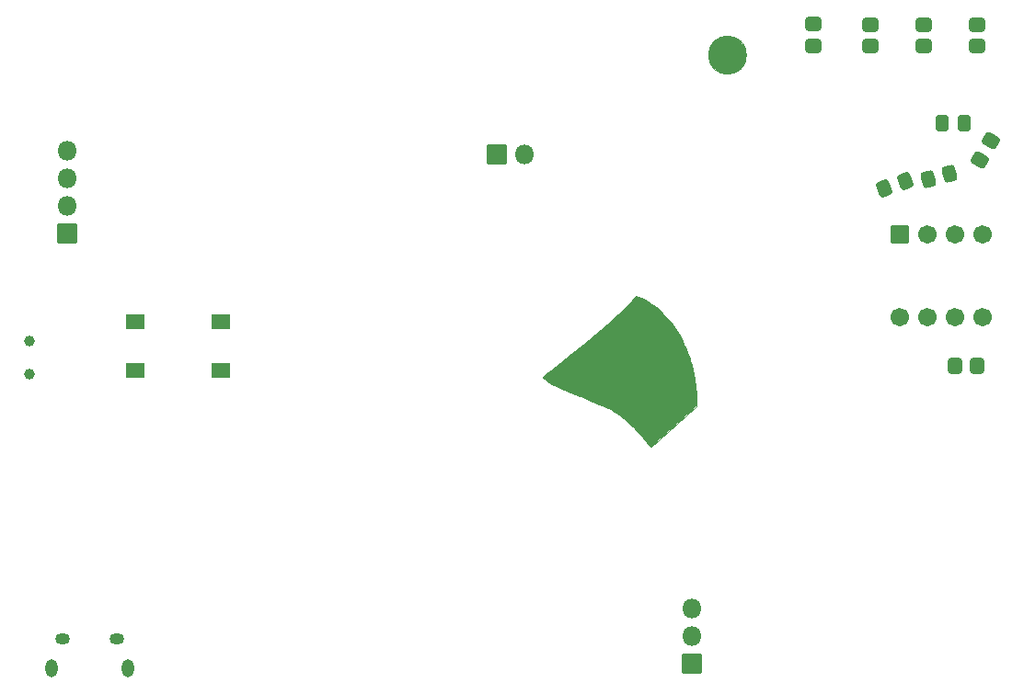
<source format=gts>
G04 #@! TF.GenerationSoftware,KiCad,Pcbnew,(6.0.0)*
G04 #@! TF.CreationDate,2022-05-24T10:02:23+02:00*
G04 #@! TF.ProjectId,drawing.kicad_v3.0_pcb,64726177-696e-4672-9e6b-696361645f76,v2.2*
G04 #@! TF.SameCoordinates,Original*
G04 #@! TF.FileFunction,Soldermask,Top*
G04 #@! TF.FilePolarity,Negative*
%FSLAX46Y46*%
G04 Gerber Fmt 4.6, Leading zero omitted, Abs format (unit mm)*
G04 Created by KiCad (PCBNEW (6.0.0)) date 2022-05-24 10:02:23*
%MOMM*%
%LPD*%
G01*
G04 APERTURE LIST*
G04 Aperture macros list*
%AMRoundRect*
0 Rectangle with rounded corners*
0 $1 Rounding radius*
0 $2 $3 $4 $5 $6 $7 $8 $9 X,Y pos of 4 corners*
0 Add a 4 corners polygon primitive as box body*
4,1,4,$2,$3,$4,$5,$6,$7,$8,$9,$2,$3,0*
0 Add four circle primitives for the rounded corners*
1,1,$1+$1,$2,$3*
1,1,$1+$1,$4,$5*
1,1,$1+$1,$6,$7*
1,1,$1+$1,$8,$9*
0 Add four rect primitives between the rounded corners*
20,1,$1+$1,$2,$3,$4,$5,0*
20,1,$1+$1,$4,$5,$6,$7,0*
20,1,$1+$1,$6,$7,$8,$9,0*
20,1,$1+$1,$8,$9,$2,$3,0*%
G04 Aperture macros list end*
%ADD10C,0.100000*%
%ADD11RoundRect,0.300800X-0.151491X-0.534018X0.459309X-0.311705X0.151491X0.534018X-0.459309X0.311705X0*%
%ADD12RoundRect,0.300800X-0.197457X-0.518783X0.430394X-0.350550X0.197457X0.518783X-0.430394X0.350550X0*%
%ADD13RoundRect,0.300800X0.227211X-0.506458X0.552211X0.056458X-0.227211X0.506458X-0.552211X-0.056458X0*%
%ADD14RoundRect,0.300800X-0.325000X-0.450000X0.325000X-0.450000X0.325000X0.450000X-0.325000X0.450000X0*%
%ADD15RoundRect,0.300800X0.450000X-0.350000X0.450000X0.350000X-0.450000X0.350000X-0.450000X-0.350000X0*%
%ADD16RoundRect,0.050800X0.850000X0.850000X-0.850000X0.850000X-0.850000X-0.850000X0.850000X-0.850000X0*%
%ADD17O,1.801600X1.801600*%
%ADD18RoundRect,0.050800X0.775000X0.650000X-0.775000X0.650000X-0.775000X-0.650000X0.775000X-0.650000X0*%
%ADD19RoundRect,0.300800X-0.350000X-0.450000X0.350000X-0.450000X0.350000X0.450000X-0.350000X0.450000X0*%
%ADD20O,1.351600X1.051600*%
%ADD21O,1.101600X1.651600*%
%ADD22C,1.001600*%
%ADD23RoundRect,0.050800X-0.800000X0.800000X-0.800000X-0.800000X0.800000X-0.800000X0.800000X0.800000X0*%
%ADD24C,1.701600*%
%ADD25RoundRect,0.050800X-0.850000X0.850000X-0.850000X-0.850000X0.850000X-0.850000X0.850000X0.850000X0*%
%ADD26RoundRect,0.050800X-0.850000X-0.850000X0.850000X-0.850000X0.850000X0.850000X-0.850000X0.850000X0*%
G04 APERTURE END LIST*
D10*
X174224109Y-66605891D02*
G75*
G03*
X174224109Y-66605891I-1754109J0D01*
G01*
X164779960Y-89057480D02*
X165414960Y-89466420D01*
X165414960Y-89466420D02*
X166052500Y-89921080D01*
X166052500Y-89921080D02*
X166669720Y-90548460D01*
X166669720Y-90548460D02*
X167218360Y-91170760D01*
X167218360Y-91170760D02*
X167827960Y-92034360D01*
X167827960Y-92034360D02*
X168214040Y-92699840D01*
X168214040Y-92699840D02*
X168549320Y-93408500D01*
X168549320Y-93408500D02*
X168582340Y-93484700D01*
X168582340Y-93484700D02*
X168666160Y-93682820D01*
X168666160Y-93682820D02*
X168849040Y-94162880D01*
X168849040Y-94162880D02*
X168927780Y-94391480D01*
X168927780Y-94391480D02*
X168986200Y-94569280D01*
X168986200Y-94569280D02*
X169057320Y-94805500D01*
X169057320Y-94805500D02*
X169108120Y-94978220D01*
X169108120Y-94978220D02*
X169146220Y-95123000D01*
X169146220Y-95123000D02*
X169199560Y-95338900D01*
X169199560Y-95338900D02*
X169237660Y-95493840D01*
X169237660Y-95493840D02*
X169265600Y-95618300D01*
X169265600Y-95618300D02*
X169334180Y-95948500D01*
X169334180Y-95948500D02*
X169412920Y-96400620D01*
X169412920Y-96400620D02*
X169527220Y-97165160D01*
X169527220Y-97165160D02*
X169578020Y-97790000D01*
X169578020Y-97790000D02*
X169613580Y-98231960D01*
X169613580Y-98231960D02*
X169613580Y-98409760D01*
X169613580Y-98409760D02*
X169621200Y-98920300D01*
X169621200Y-98920300D02*
X165453060Y-102692200D01*
X165453060Y-102692200D02*
X165432740Y-102692200D01*
X165432740Y-102692200D02*
X165346380Y-102628700D01*
X165346380Y-102628700D02*
X165409880Y-102692200D01*
X165409880Y-102692200D02*
X165539420Y-102544880D01*
X165539420Y-102544880D02*
X165440360Y-102697280D01*
X165440360Y-102697280D02*
X165285420Y-102562660D01*
X165285420Y-102562660D02*
X164945060Y-102141020D01*
X164945060Y-102141020D02*
X164503100Y-101625400D01*
X164503100Y-101625400D02*
X164122100Y-101203760D01*
X164122100Y-101203760D02*
X163819840Y-100898960D01*
X163819840Y-100898960D02*
X163512500Y-100601780D01*
X163512500Y-100601780D02*
X162966400Y-100111560D01*
X162966400Y-100111560D02*
X162791140Y-99976940D01*
X162791140Y-99976940D02*
X162605720Y-99824540D01*
X162605720Y-99824540D02*
X162255200Y-99568000D01*
X162255200Y-99568000D02*
X162031680Y-99413060D01*
X162031680Y-99413060D02*
X161932620Y-99352100D01*
X161932620Y-99352100D02*
X161724340Y-99222560D01*
X161724340Y-99222560D02*
X161564320Y-99133660D01*
X161564320Y-99133660D02*
X161381440Y-99093020D01*
X161381440Y-99093020D02*
X161305240Y-99057460D01*
X161305240Y-99057460D02*
X161127440Y-98976180D01*
X161127440Y-98976180D02*
X160632140Y-98765360D01*
X160632140Y-98765360D02*
X160065720Y-98534220D01*
X160065720Y-98534220D02*
X159379920Y-98198940D01*
X159379920Y-98198940D02*
X159014160Y-98054160D01*
X159014160Y-98054160D02*
X158821120Y-97988120D01*
X158821120Y-97988120D02*
X158452820Y-97838260D01*
X158452820Y-97838260D02*
X158005780Y-97655380D01*
X158005780Y-97655380D02*
X157406340Y-97406460D01*
X157406340Y-97406460D02*
X157050740Y-97259140D01*
X157050740Y-97259140D02*
X156745940Y-97116900D01*
X156745940Y-97116900D02*
X156458920Y-96977200D01*
X156458920Y-96977200D02*
X156187140Y-96819720D01*
X156187140Y-96819720D02*
X155910280Y-96634300D01*
X155910280Y-96634300D02*
X155628340Y-96418400D01*
X155628340Y-96418400D02*
X155552140Y-96393000D01*
X155552140Y-96393000D02*
X155511500Y-96354900D01*
X155511500Y-96354900D02*
X155478480Y-96314260D01*
X155478480Y-96314260D02*
X155475940Y-96263460D01*
X155475940Y-96263460D02*
X155486100Y-96215200D01*
X155486100Y-96215200D02*
X155521660Y-96172020D01*
X155521660Y-96172020D02*
X155742640Y-95976440D01*
X155742640Y-95976440D02*
X156210000Y-95613220D01*
X156210000Y-95613220D02*
X157088840Y-94962980D01*
X157088840Y-94962980D02*
X158071820Y-94160340D01*
X158071820Y-94160340D02*
X159179260Y-93296740D01*
X159179260Y-93296740D02*
X160299400Y-92374720D01*
X160299400Y-92374720D02*
X161419540Y-91434920D01*
X161419540Y-91434920D02*
X162402520Y-90497660D01*
X162402520Y-90497660D02*
X163311840Y-89634060D01*
X163311840Y-89634060D02*
X164038280Y-88773000D01*
X164038280Y-88773000D02*
X164779960Y-89057480D01*
G36*
X164779960Y-89057480D02*
G01*
X165414960Y-89466420D01*
X166052500Y-89921080D01*
X166669720Y-90548460D01*
X167218360Y-91170760D01*
X167827960Y-92034360D01*
X168214040Y-92699840D01*
X168549320Y-93408500D01*
X168582340Y-93484700D01*
X168666160Y-93682820D01*
X168849040Y-94162880D01*
X168927780Y-94391480D01*
X168986200Y-94569280D01*
X169057320Y-94805500D01*
X169108120Y-94978220D01*
X169146220Y-95123000D01*
X169199560Y-95338900D01*
X169237660Y-95493840D01*
X169265600Y-95618300D01*
X169334180Y-95948500D01*
X169412920Y-96400620D01*
X169527220Y-97165160D01*
X169578020Y-97790000D01*
X169613580Y-98231960D01*
X169613580Y-98409760D01*
X169621200Y-98920300D01*
X165453060Y-102692200D01*
X165443662Y-102692200D01*
X165440360Y-102697280D01*
X165434513Y-102692200D01*
X165432740Y-102692200D01*
X165418856Y-102681991D01*
X165420549Y-102680067D01*
X165285420Y-102562660D01*
X164945060Y-102141020D01*
X164503100Y-101625400D01*
X164122100Y-101203760D01*
X163819840Y-100898960D01*
X163512500Y-100601780D01*
X162966400Y-100111560D01*
X162791140Y-99976940D01*
X162605720Y-99824540D01*
X162255200Y-99568000D01*
X162031680Y-99413060D01*
X161932620Y-99352100D01*
X161724340Y-99222560D01*
X161564320Y-99133660D01*
X161381440Y-99093020D01*
X161305240Y-99057460D01*
X161127440Y-98976180D01*
X160632140Y-98765360D01*
X160065720Y-98534220D01*
X159379920Y-98198940D01*
X159014160Y-98054160D01*
X158821120Y-97988120D01*
X158452820Y-97838260D01*
X158005780Y-97655380D01*
X157406340Y-97406460D01*
X157050740Y-97259140D01*
X156745940Y-97116900D01*
X156458920Y-96977200D01*
X156187140Y-96819720D01*
X155910280Y-96634300D01*
X155628340Y-96418400D01*
X155552140Y-96393000D01*
X155511500Y-96354900D01*
X155478480Y-96314260D01*
X155475940Y-96263460D01*
X155486100Y-96215200D01*
X155521660Y-96172020D01*
X155742640Y-95976440D01*
X156210000Y-95613220D01*
X157088840Y-94962980D01*
X158071820Y-94160340D01*
X159179260Y-93296740D01*
X160299400Y-92374720D01*
X161419540Y-91434920D01*
X162402520Y-90497660D01*
X163311840Y-89634060D01*
X164038280Y-88773000D01*
X164779960Y-89057480D01*
G37*
X164779960Y-89057480D02*
X165414960Y-89466420D01*
X166052500Y-89921080D01*
X166669720Y-90548460D01*
X167218360Y-91170760D01*
X167827960Y-92034360D01*
X168214040Y-92699840D01*
X168549320Y-93408500D01*
X168582340Y-93484700D01*
X168666160Y-93682820D01*
X168849040Y-94162880D01*
X168927780Y-94391480D01*
X168986200Y-94569280D01*
X169057320Y-94805500D01*
X169108120Y-94978220D01*
X169146220Y-95123000D01*
X169199560Y-95338900D01*
X169237660Y-95493840D01*
X169265600Y-95618300D01*
X169334180Y-95948500D01*
X169412920Y-96400620D01*
X169527220Y-97165160D01*
X169578020Y-97790000D01*
X169613580Y-98231960D01*
X169613580Y-98409760D01*
X169621200Y-98920300D01*
X165453060Y-102692200D01*
X165443662Y-102692200D01*
X165440360Y-102697280D01*
X165434513Y-102692200D01*
X165432740Y-102692200D01*
X165418856Y-102681991D01*
X165420549Y-102680067D01*
X165285420Y-102562660D01*
X164945060Y-102141020D01*
X164503100Y-101625400D01*
X164122100Y-101203760D01*
X163819840Y-100898960D01*
X163512500Y-100601780D01*
X162966400Y-100111560D01*
X162791140Y-99976940D01*
X162605720Y-99824540D01*
X162255200Y-99568000D01*
X162031680Y-99413060D01*
X161932620Y-99352100D01*
X161724340Y-99222560D01*
X161564320Y-99133660D01*
X161381440Y-99093020D01*
X161305240Y-99057460D01*
X161127440Y-98976180D01*
X160632140Y-98765360D01*
X160065720Y-98534220D01*
X159379920Y-98198940D01*
X159014160Y-98054160D01*
X158821120Y-97988120D01*
X158452820Y-97838260D01*
X158005780Y-97655380D01*
X157406340Y-97406460D01*
X157050740Y-97259140D01*
X156745940Y-97116900D01*
X156458920Y-96977200D01*
X156187140Y-96819720D01*
X155910280Y-96634300D01*
X155628340Y-96418400D01*
X155552140Y-96393000D01*
X155511500Y-96354900D01*
X155478480Y-96314260D01*
X155475940Y-96263460D01*
X155486100Y-96215200D01*
X155521660Y-96172020D01*
X155742640Y-95976440D01*
X156210000Y-95613220D01*
X157088840Y-94962980D01*
X158071820Y-94160340D01*
X159179260Y-93296740D01*
X160299400Y-92374720D01*
X161419540Y-91434920D01*
X162402520Y-90497660D01*
X163311840Y-89634060D01*
X164038280Y-88773000D01*
X164779960Y-89057480D01*
G36*
X165418856Y-102681991D02*
G01*
X165409880Y-102692200D01*
X165346380Y-102628700D01*
X165418856Y-102681991D01*
G37*
X165418856Y-102681991D02*
X165409880Y-102692200D01*
X165346380Y-102628700D01*
X165418856Y-102681991D01*
X174224109Y-66605891D02*
G75*
G03*
X174224109Y-66605891I-1754109J0D01*
G01*
X164779960Y-89057480D02*
X165414960Y-89466420D01*
X165414960Y-89466420D02*
X166052500Y-89921080D01*
X166052500Y-89921080D02*
X166669720Y-90548460D01*
X166669720Y-90548460D02*
X167218360Y-91170760D01*
X167218360Y-91170760D02*
X167827960Y-92034360D01*
X167827960Y-92034360D02*
X168214040Y-92699840D01*
X168214040Y-92699840D02*
X168549320Y-93408500D01*
X168549320Y-93408500D02*
X168582340Y-93484700D01*
X168582340Y-93484700D02*
X168666160Y-93682820D01*
X168666160Y-93682820D02*
X168849040Y-94162880D01*
X168849040Y-94162880D02*
X168927780Y-94391480D01*
X168927780Y-94391480D02*
X168986200Y-94569280D01*
X168986200Y-94569280D02*
X169057320Y-94805500D01*
X169057320Y-94805500D02*
X169108120Y-94978220D01*
X169108120Y-94978220D02*
X169146220Y-95123000D01*
X169146220Y-95123000D02*
X169199560Y-95338900D01*
X169199560Y-95338900D02*
X169237660Y-95493840D01*
X169237660Y-95493840D02*
X169265600Y-95618300D01*
X169265600Y-95618300D02*
X169334180Y-95948500D01*
X169334180Y-95948500D02*
X169412920Y-96400620D01*
X169412920Y-96400620D02*
X169527220Y-97165160D01*
X169527220Y-97165160D02*
X169578020Y-97790000D01*
X169578020Y-97790000D02*
X169613580Y-98231960D01*
X169613580Y-98231960D02*
X169613580Y-98409760D01*
X169613580Y-98409760D02*
X169621200Y-98920300D01*
X169621200Y-98920300D02*
X165453060Y-102692200D01*
X165453060Y-102692200D02*
X165432740Y-102692200D01*
X165432740Y-102692200D02*
X165346380Y-102628700D01*
X165346380Y-102628700D02*
X165409880Y-102692200D01*
X165409880Y-102692200D02*
X165539420Y-102544880D01*
X165539420Y-102544880D02*
X165440360Y-102697280D01*
X165440360Y-102697280D02*
X165285420Y-102562660D01*
X165285420Y-102562660D02*
X164945060Y-102141020D01*
X164945060Y-102141020D02*
X164503100Y-101625400D01*
X164503100Y-101625400D02*
X164122100Y-101203760D01*
X164122100Y-101203760D02*
X163819840Y-100898960D01*
X163819840Y-100898960D02*
X163512500Y-100601780D01*
X163512500Y-100601780D02*
X162966400Y-100111560D01*
X162966400Y-100111560D02*
X162791140Y-99976940D01*
X162791140Y-99976940D02*
X162605720Y-99824540D01*
X162605720Y-99824540D02*
X162255200Y-99568000D01*
X162255200Y-99568000D02*
X162031680Y-99413060D01*
X162031680Y-99413060D02*
X161932620Y-99352100D01*
X161932620Y-99352100D02*
X161724340Y-99222560D01*
X161724340Y-99222560D02*
X161564320Y-99133660D01*
X161564320Y-99133660D02*
X161381440Y-99093020D01*
X161381440Y-99093020D02*
X161305240Y-99057460D01*
X161305240Y-99057460D02*
X161127440Y-98976180D01*
X161127440Y-98976180D02*
X160632140Y-98765360D01*
X160632140Y-98765360D02*
X160065720Y-98534220D01*
X160065720Y-98534220D02*
X159379920Y-98198940D01*
X159379920Y-98198940D02*
X159014160Y-98054160D01*
X159014160Y-98054160D02*
X158821120Y-97988120D01*
X158821120Y-97988120D02*
X158452820Y-97838260D01*
X158452820Y-97838260D02*
X158005780Y-97655380D01*
X158005780Y-97655380D02*
X157406340Y-97406460D01*
X157406340Y-97406460D02*
X157050740Y-97259140D01*
X157050740Y-97259140D02*
X156745940Y-97116900D01*
X156745940Y-97116900D02*
X156458920Y-96977200D01*
X156458920Y-96977200D02*
X156187140Y-96819720D01*
X156187140Y-96819720D02*
X155910280Y-96634300D01*
X155910280Y-96634300D02*
X155628340Y-96418400D01*
X155628340Y-96418400D02*
X155552140Y-96393000D01*
X155552140Y-96393000D02*
X155511500Y-96354900D01*
X155511500Y-96354900D02*
X155478480Y-96314260D01*
X155478480Y-96314260D02*
X155475940Y-96263460D01*
X155475940Y-96263460D02*
X155486100Y-96215200D01*
X155486100Y-96215200D02*
X155521660Y-96172020D01*
X155521660Y-96172020D02*
X155742640Y-95976440D01*
X155742640Y-95976440D02*
X156210000Y-95613220D01*
X156210000Y-95613220D02*
X157088840Y-94962980D01*
X157088840Y-94962980D02*
X158071820Y-94160340D01*
X158071820Y-94160340D02*
X159179260Y-93296740D01*
X159179260Y-93296740D02*
X160299400Y-92374720D01*
X160299400Y-92374720D02*
X161419540Y-91434920D01*
X161419540Y-91434920D02*
X162402520Y-90497660D01*
X162402520Y-90497660D02*
X163311840Y-89634060D01*
X163311840Y-89634060D02*
X164038280Y-88773000D01*
X164038280Y-88773000D02*
X164779960Y-89057480D01*
G36*
X164779960Y-89057480D02*
G01*
X165414960Y-89466420D01*
X166052500Y-89921080D01*
X166669720Y-90548460D01*
X167218360Y-91170760D01*
X167827960Y-92034360D01*
X168214040Y-92699840D01*
X168549320Y-93408500D01*
X168582340Y-93484700D01*
X168666160Y-93682820D01*
X168849040Y-94162880D01*
X168927780Y-94391480D01*
X168986200Y-94569280D01*
X169057320Y-94805500D01*
X169108120Y-94978220D01*
X169146220Y-95123000D01*
X169199560Y-95338900D01*
X169237660Y-95493840D01*
X169265600Y-95618300D01*
X169334180Y-95948500D01*
X169412920Y-96400620D01*
X169527220Y-97165160D01*
X169578020Y-97790000D01*
X169613580Y-98231960D01*
X169613580Y-98409760D01*
X169621200Y-98920300D01*
X165453060Y-102692200D01*
X165443662Y-102692200D01*
X165440360Y-102697280D01*
X165434513Y-102692200D01*
X165432740Y-102692200D01*
X165418856Y-102681991D01*
X165420549Y-102680067D01*
X165285420Y-102562660D01*
X164945060Y-102141020D01*
X164503100Y-101625400D01*
X164122100Y-101203760D01*
X163819840Y-100898960D01*
X163512500Y-100601780D01*
X162966400Y-100111560D01*
X162791140Y-99976940D01*
X162605720Y-99824540D01*
X162255200Y-99568000D01*
X162031680Y-99413060D01*
X161932620Y-99352100D01*
X161724340Y-99222560D01*
X161564320Y-99133660D01*
X161381440Y-99093020D01*
X161305240Y-99057460D01*
X161127440Y-98976180D01*
X160632140Y-98765360D01*
X160065720Y-98534220D01*
X159379920Y-98198940D01*
X159014160Y-98054160D01*
X158821120Y-97988120D01*
X158452820Y-97838260D01*
X158005780Y-97655380D01*
X157406340Y-97406460D01*
X157050740Y-97259140D01*
X156745940Y-97116900D01*
X156458920Y-96977200D01*
X156187140Y-96819720D01*
X155910280Y-96634300D01*
X155628340Y-96418400D01*
X155552140Y-96393000D01*
X155511500Y-96354900D01*
X155478480Y-96314260D01*
X155475940Y-96263460D01*
X155486100Y-96215200D01*
X155521660Y-96172020D01*
X155742640Y-95976440D01*
X156210000Y-95613220D01*
X157088840Y-94962980D01*
X158071820Y-94160340D01*
X159179260Y-93296740D01*
X160299400Y-92374720D01*
X161419540Y-91434920D01*
X162402520Y-90497660D01*
X163311840Y-89634060D01*
X164038280Y-88773000D01*
X164779960Y-89057480D01*
G37*
X164779960Y-89057480D02*
X165414960Y-89466420D01*
X166052500Y-89921080D01*
X166669720Y-90548460D01*
X167218360Y-91170760D01*
X167827960Y-92034360D01*
X168214040Y-92699840D01*
X168549320Y-93408500D01*
X168582340Y-93484700D01*
X168666160Y-93682820D01*
X168849040Y-94162880D01*
X168927780Y-94391480D01*
X168986200Y-94569280D01*
X169057320Y-94805500D01*
X169108120Y-94978220D01*
X169146220Y-95123000D01*
X169199560Y-95338900D01*
X169237660Y-95493840D01*
X169265600Y-95618300D01*
X169334180Y-95948500D01*
X169412920Y-96400620D01*
X169527220Y-97165160D01*
X169578020Y-97790000D01*
X169613580Y-98231960D01*
X169613580Y-98409760D01*
X169621200Y-98920300D01*
X165453060Y-102692200D01*
X165443662Y-102692200D01*
X165440360Y-102697280D01*
X165434513Y-102692200D01*
X165432740Y-102692200D01*
X165418856Y-102681991D01*
X165420549Y-102680067D01*
X165285420Y-102562660D01*
X164945060Y-102141020D01*
X164503100Y-101625400D01*
X164122100Y-101203760D01*
X163819840Y-100898960D01*
X163512500Y-100601780D01*
X162966400Y-100111560D01*
X162791140Y-99976940D01*
X162605720Y-99824540D01*
X162255200Y-99568000D01*
X162031680Y-99413060D01*
X161932620Y-99352100D01*
X161724340Y-99222560D01*
X161564320Y-99133660D01*
X161381440Y-99093020D01*
X161305240Y-99057460D01*
X161127440Y-98976180D01*
X160632140Y-98765360D01*
X160065720Y-98534220D01*
X159379920Y-98198940D01*
X159014160Y-98054160D01*
X158821120Y-97988120D01*
X158452820Y-97838260D01*
X158005780Y-97655380D01*
X157406340Y-97406460D01*
X157050740Y-97259140D01*
X156745940Y-97116900D01*
X156458920Y-96977200D01*
X156187140Y-96819720D01*
X155910280Y-96634300D01*
X155628340Y-96418400D01*
X155552140Y-96393000D01*
X155511500Y-96354900D01*
X155478480Y-96314260D01*
X155475940Y-96263460D01*
X155486100Y-96215200D01*
X155521660Y-96172020D01*
X155742640Y-95976440D01*
X156210000Y-95613220D01*
X157088840Y-94962980D01*
X158071820Y-94160340D01*
X159179260Y-93296740D01*
X160299400Y-92374720D01*
X161419540Y-91434920D01*
X162402520Y-90497660D01*
X163311840Y-89634060D01*
X164038280Y-88773000D01*
X164779960Y-89057480D01*
G36*
X165418856Y-102681991D02*
G01*
X165409880Y-102692200D01*
X165346380Y-102628700D01*
X165418856Y-102681991D01*
G37*
X165418856Y-102681991D02*
X165409880Y-102692200D01*
X165346380Y-102628700D01*
X165418856Y-102681991D01*
D11*
X186920615Y-78861971D03*
X188846985Y-78160829D03*
D12*
X190905766Y-78035010D03*
X192885914Y-77504430D03*
D13*
X195677100Y-76249476D03*
X196702100Y-74474124D03*
D14*
X192208040Y-72864980D03*
X194258040Y-72864980D03*
D15*
X180365400Y-65719200D03*
X180365400Y-63719200D03*
X185572400Y-65770000D03*
X185572400Y-63770000D03*
X195453000Y-65770000D03*
X195453000Y-63770000D03*
X190500000Y-65770000D03*
X190500000Y-63770000D03*
D16*
X111709200Y-83058000D03*
D17*
X111709200Y-80518000D03*
X111709200Y-77978000D03*
X111709200Y-75438000D03*
D18*
X125875000Y-95645800D03*
X117925000Y-95645800D03*
X125875000Y-91145800D03*
X117925000Y-91145800D03*
D19*
X193411600Y-95224600D03*
X195411600Y-95224600D03*
D20*
X116276760Y-120398540D03*
X111276760Y-120398540D03*
D21*
X117276760Y-123098540D03*
X110276760Y-123098540D03*
D22*
X108264000Y-95962600D03*
X108264000Y-92962600D03*
D23*
X188325600Y-83083400D03*
D24*
X190865600Y-83083400D03*
X193405600Y-83083400D03*
X195945600Y-83083400D03*
X195945600Y-90703400D03*
X193405600Y-90703400D03*
X190865600Y-90703400D03*
X188325600Y-90703400D03*
D25*
X151250000Y-75760000D03*
D17*
X153790000Y-75760000D03*
D26*
X169195200Y-122645800D03*
D17*
X169195200Y-120105800D03*
X169195200Y-117565800D03*
G36*
X172478130Y-64859604D02*
G01*
X172483203Y-64860087D01*
X172825486Y-64869337D01*
X172872475Y-64879807D01*
X173381365Y-65101868D01*
X173415129Y-65123577D01*
X173778425Y-65449612D01*
X173798703Y-65472893D01*
X174048353Y-65842745D01*
X174065478Y-65880086D01*
X174204945Y-66391465D01*
X174209302Y-66429197D01*
X174190714Y-66940376D01*
X174183349Y-66978476D01*
X174017201Y-67439996D01*
X173996630Y-67476536D01*
X173640058Y-67917560D01*
X173617154Y-67939531D01*
X173336436Y-68147805D01*
X173300550Y-68166365D01*
X172787942Y-68334128D01*
X172751128Y-68340356D01*
X172260441Y-68349614D01*
X172220481Y-68343900D01*
X171777864Y-68205582D01*
X171744535Y-68189470D01*
X171304585Y-67889930D01*
X171278701Y-67866441D01*
X171003115Y-67535738D01*
X170982547Y-67500920D01*
X170746871Y-66897589D01*
X170738588Y-66861168D01*
X170711501Y-66500018D01*
X170714793Y-66460507D01*
X170855290Y-65889152D01*
X170870336Y-65853203D01*
X171016313Y-65615991D01*
X171024331Y-65604456D01*
X171251776Y-65313326D01*
X171296704Y-65277228D01*
X172162218Y-64863287D01*
X172220778Y-64851026D01*
X172478130Y-64859604D01*
G37*
M02*

</source>
